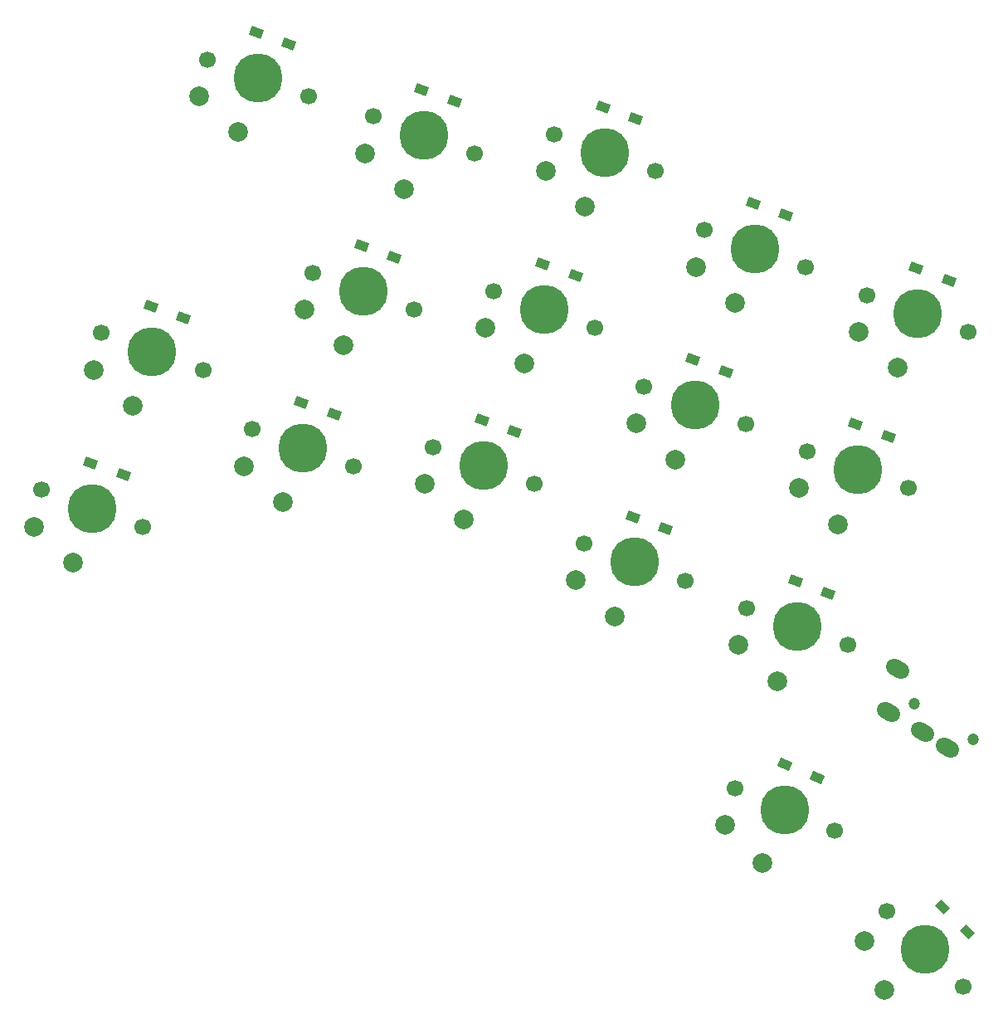
<source format=gbs>
%TF.GenerationSoftware,KiCad,Pcbnew,(6.0.11)*%
%TF.CreationDate,2024-04-13T23:12:42+09:00*%
%TF.ProjectId,haqua34_left,68617175-6133-4345-9f6c-6566742e6b69,rev?*%
%TF.SameCoordinates,Original*%
%TF.FileFunction,Soldermask,Bot*%
%TF.FilePolarity,Negative*%
%FSLAX46Y46*%
G04 Gerber Fmt 4.6, Leading zero omitted, Abs format (unit mm)*
G04 Created by KiCad (PCBNEW (6.0.11)) date 2024-04-13 23:12:42*
%MOMM*%
%LPD*%
G01*
G04 APERTURE LIST*
G04 Aperture macros list*
%AMHorizOval*
0 Thick line with rounded ends*
0 $1 width*
0 $2 $3 position (X,Y) of the first rounded end (center of the circle)*
0 $4 $5 position (X,Y) of the second rounded end (center of the circle)*
0 Add line between two ends*
20,1,$1,$2,$3,$4,$5,0*
0 Add two circle primitives to create the rounded ends*
1,1,$1,$2,$3*
1,1,$1,$4,$5*%
%AMRotRect*
0 Rectangle, with rotation*
0 The origin of the aperture is its center*
0 $1 length*
0 $2 width*
0 $3 Rotation angle, in degrees counterclockwise*
0 Add horizontal line*
21,1,$1,$2,0,0,$3*%
G04 Aperture macros list end*
%ADD10C,1.200000*%
%ADD11HorizOval,1.700000X-0.341056X0.208999X0.341056X-0.208999X0*%
%ADD12C,2.000000*%
%ADD13C,5.000000*%
%ADD14C,1.700000*%
%ADD15RotRect,1.300000X0.950000X160.000000*%
%ADD16RotRect,1.300000X0.950000X135.000000*%
%ADD17RotRect,1.300000X0.950000X157.000000*%
G04 APERTURE END LIST*
D10*
%TO.C,J1*%
X114502559Y-99008762D03*
X120471040Y-102666252D03*
D11*
X112786093Y-95493973D03*
X117839040Y-103516299D03*
X115281120Y-101948803D03*
X111870559Y-99858809D03*
%TD*%
D12*
%TO.C,SW4*%
X92201860Y-54460731D03*
X96182081Y-58144186D03*
D13*
X98200000Y-52600000D03*
D14*
X103368309Y-54481111D03*
X93031691Y-50718889D03*
%TD*%
D15*
%TO.C,D2*%
X64207046Y-36342914D03*
X67542954Y-37557086D03*
%TD*%
D12*
%TO.C,SW15*%
X96501860Y-93035731D03*
X100482081Y-96719186D03*
D14*
X107668309Y-93056111D03*
X97331691Y-89293889D03*
D13*
X102500000Y-91175000D03*
%TD*%
D12*
%TO.C,SW3*%
X76851860Y-44660731D03*
X80832081Y-48344186D03*
D14*
X88018309Y-44681111D03*
X77681691Y-40918889D03*
D13*
X82850000Y-42800000D03*
%TD*%
D15*
%TO.C,D9*%
X91882046Y-63917914D03*
X95217954Y-65132086D03*
%TD*%
D12*
%TO.C,SW16*%
X95162697Y-111394263D03*
X98944686Y-115280979D03*
D13*
X101250000Y-109850000D03*
D14*
X96187223Y-107700979D03*
X106312777Y-111999021D03*
%TD*%
D15*
%TO.C,D10*%
X108482046Y-70517914D03*
X111817954Y-71732086D03*
%TD*%
%TO.C,D8*%
X76557046Y-54167914D03*
X79892954Y-55382086D03*
%TD*%
%TO.C,D13*%
X70332046Y-70067914D03*
X73667954Y-71282086D03*
%TD*%
D12*
%TO.C,SW8*%
X70701860Y-60660731D03*
X74682081Y-64344186D03*
D14*
X81868309Y-60681111D03*
D13*
X76700000Y-58800000D03*
D14*
X71531691Y-56918889D03*
%TD*%
D12*
%TO.C,SW10*%
X102676860Y-77035731D03*
X106657081Y-80719186D03*
D14*
X103506691Y-73293889D03*
D13*
X108675000Y-75175000D03*
D14*
X113843309Y-77056111D03*
%TD*%
D12*
%TO.C,SW5*%
X108826860Y-61085731D03*
X112807081Y-64769186D03*
D14*
X109656691Y-57343889D03*
D13*
X114825000Y-59225000D03*
D14*
X119993309Y-61106111D03*
%TD*%
D12*
%TO.C,SW9*%
X86076860Y-70435731D03*
X90057081Y-74119186D03*
D14*
X86906691Y-66693889D03*
X97243309Y-70456111D03*
D13*
X92075000Y-68575000D03*
%TD*%
D15*
%TO.C,D6*%
X36532046Y-58442914D03*
X39867954Y-59657086D03*
%TD*%
%TO.C,D3*%
X82682046Y-38142914D03*
X86017954Y-39357086D03*
%TD*%
%TO.C,D15*%
X102332046Y-86517914D03*
X105667954Y-87732086D03*
%TD*%
%TO.C,D11*%
X30432046Y-74442914D03*
X33767954Y-75657086D03*
%TD*%
D12*
%TO.C,SW7*%
X52226860Y-58810731D03*
X56207081Y-62494186D03*
D13*
X58225000Y-56950000D03*
D14*
X63393309Y-58831111D03*
X53056691Y-55068889D03*
%TD*%
D15*
%TO.C,D4*%
X98032046Y-47942914D03*
X101367954Y-49157086D03*
%TD*%
%TO.C,D1*%
X47307046Y-30517914D03*
X50642954Y-31732086D03*
%TD*%
D12*
%TO.C,SW12*%
X46076860Y-74785731D03*
X50057081Y-78469186D03*
D14*
X46906691Y-71043889D03*
X57243309Y-74806111D03*
D13*
X52075000Y-72925000D03*
%TD*%
D15*
%TO.C,D7*%
X58057046Y-52292914D03*
X61392954Y-53507086D03*
%TD*%
D12*
%TO.C,SW13*%
X64526860Y-76585731D03*
X68507081Y-80269186D03*
D14*
X75693309Y-76606111D03*
X65356691Y-72843889D03*
D13*
X70525000Y-74725000D03*
%TD*%
D15*
%TO.C,D14*%
X85732046Y-79942914D03*
X89067954Y-81157086D03*
%TD*%
D16*
%TO.C,D17*%
X117369885Y-119769885D03*
X119880115Y-122280115D03*
%TD*%
D17*
%TO.C,D16*%
X101291104Y-105181452D03*
X104558896Y-106568548D03*
%TD*%
D12*
%TO.C,SW17*%
X109352460Y-123201472D03*
X111403070Y-128221930D03*
D14*
X119464087Y-127939087D03*
D13*
X115575000Y-124050000D03*
D14*
X111685913Y-120160913D03*
%TD*%
D12*
%TO.C,SW2*%
X58401860Y-42860731D03*
X62382081Y-46544186D03*
D14*
X69568309Y-42881111D03*
X59231691Y-39118889D03*
D13*
X64400000Y-41000000D03*
%TD*%
D12*
%TO.C,SW1*%
X41475017Y-37035731D03*
X45455238Y-40719186D03*
D13*
X47473157Y-35175000D03*
D14*
X42304848Y-33293889D03*
X52641466Y-37056111D03*
%TD*%
D15*
%TO.C,D12*%
X51907046Y-68267914D03*
X55242954Y-69482086D03*
%TD*%
%TO.C,D5*%
X114657046Y-54592914D03*
X117992954Y-55807086D03*
%TD*%
D12*
%TO.C,SW14*%
X79901860Y-86435731D03*
X83882081Y-90119186D03*
D14*
X80731691Y-82693889D03*
D13*
X85900000Y-84575000D03*
D14*
X91068309Y-86456111D03*
%TD*%
D12*
%TO.C,SW6*%
X30701860Y-64960731D03*
X34682081Y-68644186D03*
D14*
X41868309Y-64981111D03*
D13*
X36700000Y-63100000D03*
D14*
X31531691Y-61218889D03*
%TD*%
D12*
%TO.C,SW11*%
X24601860Y-80960731D03*
X28582081Y-84644186D03*
D13*
X30600000Y-79100000D03*
D14*
X35768309Y-80981111D03*
X25431691Y-77218889D03*
%TD*%
M02*

</source>
